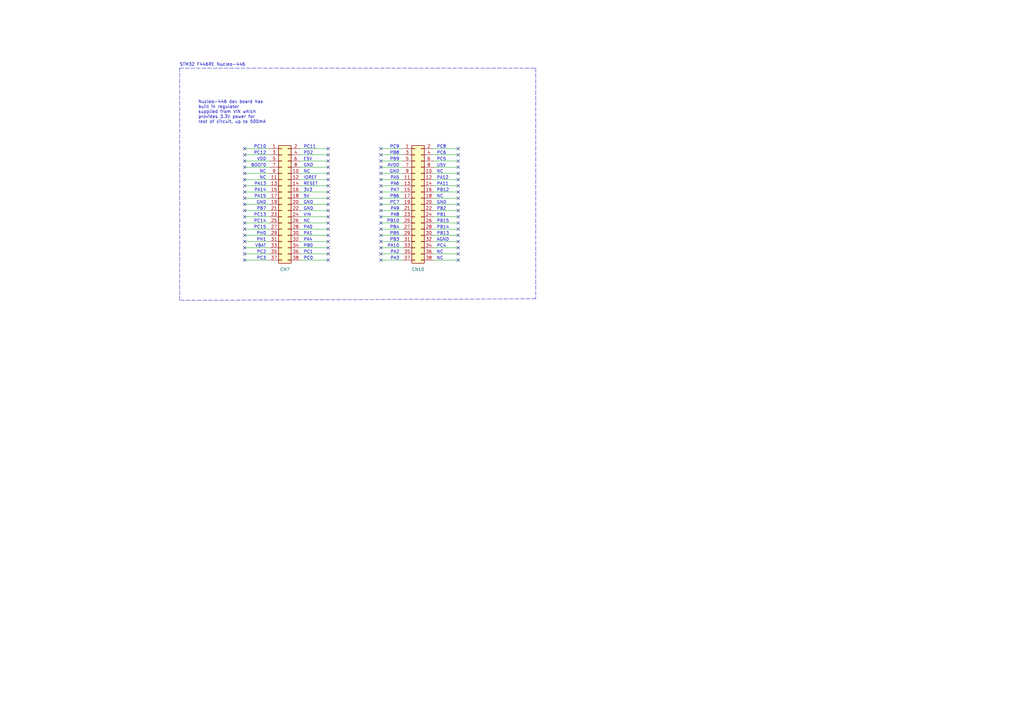
<source format=kicad_sch>
(kicad_sch (version 20211123) (generator eeschema)
  (paper "A3")
  (title_block (title "VCU") (date "2022-11-20") (rev "1.0") (company "SUFST") (comment 1 "STAG 9") (comment 2 "Tim Brewis") (comment 3 "Max O'Brien"))
  (lib_symbols
    (symbol "Connector_Generic:Conn_02x19_Odd_Even" (pin_names (offset 1.016) hide)
      (property "Reference" "J" (at 1.27 25.4 0))
      (property "Value" "Conn_02x19_Odd_Even" (at 1.27 -25.4 0))
      (symbol "Conn_02x19_Odd_Even_1_1"
        (rectangle (start -1.27 -22.733) (end 0 -22.987) (stroke (width 0.1524)))
        (rectangle (start -1.27 -20.193) (end 0 -20.447) (stroke (width 0.1524)))
        (rectangle (start -1.27 -17.653) (end 0 -17.907) (stroke (width 0.1524)))
        (rectangle (start -1.27 -15.113) (end 0 -15.367) (stroke (width 0.1524)))
        (rectangle (start -1.27 -12.573) (end 0 -12.827) (stroke (width 0.1524)))
        (rectangle (start -1.27 -10.033) (end 0 -10.287) (stroke (width 0.1524)))
        (rectangle (start -1.27 -7.493) (end 0 -7.747) (stroke (width 0.1524)))
        (rectangle (start -1.27 -4.953) (end 0 -5.207) (stroke (width 0.1524)))
        (rectangle (start -1.27 -2.413) (end 0 -2.667) (stroke (width 0.1524)))
        (rectangle (start -1.27 0.127) (end 0 -0.127) (stroke (width 0.1524)))
        (rectangle (start -1.27 2.667) (end 0 2.413) (stroke (width 0.1524)))
        (rectangle (start -1.27 5.207) (end 0 4.953) (stroke (width 0.1524)))
        (rectangle (start -1.27 7.747) (end 0 7.493) (stroke (width 0.1524)))
        (rectangle (start -1.27 10.287) (end 0 10.033) (stroke (width 0.1524)))
        (rectangle (start -1.27 12.827) (end 0 12.573) (stroke (width 0.1524)))
        (rectangle (start -1.27 15.367) (end 0 15.113) (stroke (width 0.1524)))
        (rectangle (start -1.27 17.907) (end 0 17.653) (stroke (width 0.1524)))
        (rectangle (start -1.27 20.447) (end 0 20.193) (stroke (width 0.1524)))
        (rectangle (start -1.27 22.987) (end 0 22.733) (stroke (width 0.1524)))
        (rectangle (start -1.27 24.13) (end 3.81 -24.13) (stroke (width 0.254)) (fill (type background)))
        (rectangle (start 3.81 -22.733) (end 2.54 -22.987) (stroke (width 0.1524)))
        (rectangle (start 3.81 -20.193) (end 2.54 -20.447) (stroke (width 0.1524)))
        (rectangle (start 3.81 -17.653) (end 2.54 -17.907) (stroke (width 0.1524)))
        (rectangle (start 3.81 -15.113) (end 2.54 -15.367) (stroke (width 0.1524)))
        (rectangle (start 3.81 -12.573) (end 2.54 -12.827) (stroke (width 0.1524)))
        (rectangle (start 3.81 -10.033) (end 2.54 -10.287) (stroke (width 0.1524)))
        (rectangle (start 3.81 -7.493) (end 2.54 -7.747) (stroke (width 0.1524)))
        (rectangle (start 3.81 -4.953) (end 2.54 -5.207) (stroke (width 0.1524)))
        (rectangle (start 3.81 -2.413) (end 2.54 -2.667) (stroke (width 0.1524)))
        (rectangle (start 3.81 0.127) (end 2.54 -0.127) (stroke (width 0.1524)))
        (rectangle (start 3.81 2.667) (end 2.54 2.413) (stroke (width 0.1524)))
        (rectangle (start 3.81 5.207) (end 2.54 4.953) (stroke (width 0.1524)))
        (rectangle (start 3.81 7.747) (end 2.54 7.493) (stroke (width 0.1524)))
        (rectangle (start 3.81 10.287) (end 2.54 10.033) (stroke (width 0.1524)))
        (rectangle (start 3.81 12.827) (end 2.54 12.573) (stroke (width 0.1524)))
        (rectangle (start 3.81 15.367) (end 2.54 15.113) (stroke (width 0.1524)))
        (rectangle (start 3.81 17.907) (end 2.54 17.653) (stroke (width 0.1524)))
        (rectangle (start 3.81 20.447) (end 2.54 20.193) (stroke (width 0.1524)))
        (rectangle (start 3.81 22.987) (end 2.54 22.733) (stroke (width 0.1524)))
        (pin passive line (at -5.08 22.86 0) (length 3.81) (name "Pin_1") (number "1"))
        (pin passive line (at 7.62 12.7 180) (length 3.81) (name "Pin_10") (number "10"))
        (pin passive line (at -5.08 10.16 0) (length 3.81) (name "Pin_11") (number "11"))
        (pin passive line (at 7.62 10.16 180) (length 3.81) (name "Pin_12") (number "12"))
        (pin passive line (at -5.08 7.62 0) (length 3.81) (name "Pin_13") (number "13"))
        (pin passive line (at 7.62 7.62 180) (length 3.81) (name "Pin_14") (number "14"))
        (pin passive line (at -5.08 5.08 0) (length 3.81) (name "Pin_15") (number "15"))
        (pin passive line (at 7.62 5.08 180) (length 3.81) (name "Pin_16") (number "16"))
        (pin passive line (at -5.08 2.54 0) (length 3.81) (name "Pin_17") (number "17"))
        (pin passive line (at 7.62 2.54 180) (length 3.81) (name "Pin_18") (number "18"))
        (pin passive line (at -5.08 0 0) (length 3.81) (name "Pin_19") (number "19"))
        (pin passive line (at 7.62 22.86 180) (length 3.81) (name "Pin_2") (number "2"))
        (pin passive line (at 7.62 0 180) (length 3.81) (name "Pin_20") (number "20"))
        (pin passive line (at -5.08 -2.54 0) (length 3.81) (name "Pin_21") (number "21"))
        (pin passive line (at 7.62 -2.54 180) (length 3.81) (name "Pin_22") (number "22"))
        (pin passive line (at -5.08 -5.08 0) (length 3.81) (name "Pin_23") (number "23"))
        (pin passive line (at 7.62 -5.08 180) (length 3.81) (name "Pin_24") (number "24"))
        (pin passive line (at -5.08 -7.62 0) (length 3.81) (name "Pin_25") (number "25"))
        (pin passive line (at 7.62 -7.62 180) (length 3.81) (name "Pin_26") (number "26"))
        (pin passive line (at -5.08 -10.16 0) (length 3.81) (name "Pin_27") (number "27"))
        (pin passive line (at 7.62 -10.16 180) (length 3.81) (name "Pin_28") (number "28"))
        (pin passive line (at -5.08 -12.7 0) (length 3.81) (name "Pin_29") (number "29"))
        (pin passive line (at -5.08 20.32 0) (length 3.81) (name "Pin_3") (number "3"))
        (pin passive line (at 7.62 -12.7 180) (length 3.81) (name "Pin_30") (number "30"))
        (pin passive line (at -5.08 -15.24 0) (length 3.81) (name "Pin_31") (number "31"))
        (pin passive line (at 7.62 -15.24 180) (length 3.81) (name "Pin_32") (number "32"))
        (pin passive line (at -5.08 -17.78 0) (length 3.81) (name "Pin_33") (number "33"))
        (pin passive line (at 7.62 -17.78 180) (length 3.81) (name "Pin_34") (number "34"))
        (pin passive line (at -5.08 -20.32 0) (length 3.81) (name "Pin_35") (number "35"))
        (pin passive line (at 7.62 -20.32 180) (length 3.81) (name "Pin_36") (number "36"))
        (pin passive line (at -5.08 -22.86 0) (length 3.81) (name "Pin_37") (number "37"))
        (pin passive line (at 7.62 -22.86 180) (length 3.81) (name "Pin_38") (number "38"))
        (pin passive line (at 7.62 20.32 180) (length 3.81) (name "Pin_4") (number "4"))
        (pin passive line (at -5.08 17.78 0) (length 3.81) (name "Pin_5") (number "5"))
        (pin passive line (at 7.62 17.78 180) (length 3.81) (name "Pin_6") (number "6"))
        (pin passive line (at -5.08 15.24 0) (length 3.81) (name "Pin_7") (number "7"))
        (pin passive line (at 7.62 15.24 180) (length 3.81) (name "Pin_8") (number "8"))
        (pin passive line (at -5.08 12.7 0) (length 3.81) (name "Pin_9") (number "9"))
      )
    )
  )
  (no_connect (at 100.33 81.28))
  (no_connect (at 134.62 106.68))
  (no_connect (at 187.96 68.58))
  (no_connect (at 100.33 68.58))
  (no_connect (at 156.21 60.96))
  (no_connect (at 100.33 76.2))
  (no_connect (at 100.33 106.68))
  (no_connect (at 100.33 60.96))
  (no_connect (at 100.33 83.82))
  (no_connect (at 156.21 86.36))
  (no_connect (at 156.21 88.9))
  (no_connect (at 100.33 104.14))
  (no_connect (at 100.33 71.12))
  (no_connect (at 156.21 68.58))
  (no_connect (at 134.62 104.14))
  (no_connect (at 187.96 71.12))
  (no_connect (at 100.33 63.5))
  (no_connect (at 100.33 99.06))
  (no_connect (at 187.96 66.04))
  (no_connect (at 156.21 101.6))
  (no_connect (at 156.21 93.98))
  (no_connect (at 156.21 91.44))
  (no_connect (at 156.21 104.14))
  (no_connect (at 156.21 76.2))
  (no_connect (at 156.21 73.66))
  (no_connect (at 156.21 71.12))
  (no_connect (at 156.21 81.28))
  (no_connect (at 100.33 88.9))
  (no_connect (at 100.33 91.44))
  (no_connect (at 156.21 99.06))
  (no_connect (at 187.96 88.9))
  (no_connect (at 156.21 96.52))
  (no_connect (at 100.33 73.66))
  (no_connect (at 156.21 66.04))
  (no_connect (at 156.21 63.5))
  (no_connect (at 100.33 96.52))
  (no_connect (at 156.21 78.74))
  (no_connect (at 100.33 101.6))
  (no_connect (at 187.96 99.06))
  (no_connect (at 187.96 101.6))
  (no_connect (at 187.96 104.14))
  (no_connect (at 187.96 91.44))
  (no_connect (at 187.96 93.98))
  (no_connect (at 187.96 96.52))
  (no_connect (at 156.21 106.68))
  (no_connect (at 100.33 78.74))
  (no_connect (at 187.96 60.96))
  (no_connect (at 100.33 66.04))
  (no_connect (at 187.96 76.2))
  (no_connect (at 156.21 83.82))
  (no_connect (at 134.62 60.96))
  (no_connect (at 187.96 106.68))
  (no_connect (at 100.33 93.98))
  (no_connect (at 100.33 86.36))
  (no_connect (at 134.62 101.6))
  (no_connect (at 134.62 93.98))
  (no_connect (at 134.62 96.52))
  (no_connect (at 134.62 99.06))
  (no_connect (at 134.62 88.9))
  (no_connect (at 134.62 86.36))
  (no_connect (at 134.62 91.44))
  (no_connect (at 134.62 63.5))
  (no_connect (at 134.62 78.74))
  (no_connect (at 134.62 81.28))
  (no_connect (at 134.62 83.82))
  (no_connect (at 134.62 76.2))
  (no_connect (at 134.62 66.04))
  (no_connect (at 134.62 73.66))
  (no_connect (at 134.62 68.58))
  (no_connect (at 134.62 71.12))
  (no_connect (at 187.96 73.66))
  (no_connect (at 187.96 86.36))
  (no_connect (at 187.96 83.82))
  (no_connect (at 187.96 81.28))
  (no_connect (at 187.96 78.74))
  (no_connect (at 187.96 63.5))
  (wire (pts (xy 156.21 71.12) (xy 165.1 71.12)))
  (wire (pts (xy 156.21 91.44) (xy 165.1 91.44)))
  (wire (pts (xy 177.8 104.14) (xy 187.96 104.14)))
  (wire (pts (xy 156.21 63.5) (xy 165.1 63.5)))
  (wire (pts (xy 177.8 83.82) (xy 187.96 83.82)))
  (wire (pts (xy 156.21 96.52) (xy 165.1 96.52)))
  (wire (pts (xy 100.33 86.36) (xy 110.49 86.36)))
  (wire (pts (xy 156.21 93.98) (xy 165.1 93.98)))
  (wire (pts (xy 177.8 68.58) (xy 187.96 68.58)))
  (wire (pts (xy 123.19 78.74) (xy 134.62 78.74)))
  (wire (pts (xy 156.21 101.6) (xy 165.1 101.6)))
  (wire (pts (xy 100.33 96.52) (xy 110.49 96.52)))
  (wire (pts (xy 123.19 99.06) (xy 134.62 99.06)))
  (wire (pts (xy 156.21 83.82) (xy 165.1 83.82)))
  (wire (pts (xy 177.8 106.68) (xy 187.96 106.68)))
  (wire (pts (xy 123.19 76.2) (xy 134.62 76.2)))
  (polyline (pts (xy 219.71 27.94) (xy 219.71 122.555)))
  (wire (pts (xy 100.33 101.6) (xy 110.49 101.6)))
  (wire (pts (xy 156.21 60.96) (xy 165.1 60.96)))
  (wire (pts (xy 177.8 88.9) (xy 187.96 88.9)))
  (wire (pts (xy 123.19 88.9) (xy 134.62 88.9)))
  (wire (pts (xy 177.8 63.5) (xy 187.96 63.5)))
  (wire (pts (xy 123.19 104.14) (xy 134.62 104.14)))
  (wire (pts (xy 100.33 104.14) (xy 110.49 104.14)))
  (wire (pts (xy 123.19 68.58) (xy 134.62 68.58)))
  (wire (pts (xy 177.8 66.04) (xy 187.96 66.04)))
  (wire (pts (xy 123.19 73.66) (xy 134.62 73.66)))
  (wire (pts (xy 100.33 83.82) (xy 110.49 83.82)))
  (polyline (pts (xy 219.71 122.555) (xy 73.66 123.19)))
  (wire (pts (xy 123.19 91.44) (xy 134.62 91.44)))
  (wire (pts (xy 100.33 60.96) (xy 110.49 60.96)))
  (wire (pts (xy 177.8 86.36) (xy 187.96 86.36)))
  (wire (pts (xy 156.21 99.06) (xy 165.1 99.06)))
  (polyline (pts (xy 73.66 123.19) (xy 73.66 27.94)))
  (wire (pts (xy 177.8 73.66) (xy 187.96 73.66)))
  (wire (pts (xy 100.33 63.5) (xy 110.49 63.5)))
  (polyline (pts (xy 73.66 27.94) (xy 219.71 27.94)))
  (wire (pts (xy 177.8 99.06) (xy 187.96 99.06)))
  (wire (pts (xy 156.21 73.66) (xy 165.1 73.66)))
  (wire (pts (xy 156.21 86.36) (xy 165.1 86.36)))
  (wire (pts (xy 100.33 71.12) (xy 110.49 71.12)))
  (wire (pts (xy 156.21 76.2) (xy 165.1 76.2)))
  (wire (pts (xy 100.33 73.66) (xy 110.49 73.66)))
  (wire (pts (xy 177.8 78.74) (xy 187.96 78.74)))
  (wire (pts (xy 156.21 81.28) (xy 165.1 81.28)))
  (wire (pts (xy 100.33 68.58) (xy 110.49 68.58)))
  (wire (pts (xy 156.21 66.04) (xy 165.1 66.04)))
  (wire (pts (xy 123.19 93.98) (xy 134.62 93.98)))
  (wire (pts (xy 177.8 93.98) (xy 187.96 93.98)))
  (wire (pts (xy 100.33 93.98) (xy 110.49 93.98)))
  (wire (pts (xy 100.33 88.9) (xy 110.49 88.9)))
  (wire (pts (xy 100.33 99.06) (xy 110.49 99.06)))
  (wire (pts (xy 123.19 66.04) (xy 134.62 66.04)))
  (wire (pts (xy 123.19 101.6) (xy 134.62 101.6)))
  (wire (pts (xy 123.19 86.36) (xy 134.62 86.36)))
  (wire (pts (xy 156.21 106.68) (xy 165.1 106.68)))
  (wire (pts (xy 123.19 96.52) (xy 134.62 96.52)))
  (wire (pts (xy 177.8 91.44) (xy 187.96 91.44)))
  (wire (pts (xy 100.33 66.04) (xy 110.49 66.04)))
  (wire (pts (xy 177.8 101.6) (xy 187.96 101.6)))
  (wire (pts (xy 156.21 104.14) (xy 165.1 104.14)))
  (wire (pts (xy 123.19 81.28) (xy 134.62 81.28)))
  (wire (pts (xy 156.21 78.74) (xy 165.1 78.74)))
  (wire (pts (xy 123.19 60.96) (xy 134.62 60.96)))
  (wire (pts (xy 100.33 91.44) (xy 110.49 91.44)))
  (wire (pts (xy 123.19 63.5) (xy 134.62 63.5)))
  (wire (pts (xy 123.19 83.82) (xy 134.62 83.82)))
  (wire (pts (xy 100.33 81.28) (xy 110.49 81.28)))
  (wire (pts (xy 177.8 76.2) (xy 187.96 76.2)))
  (wire (pts (xy 177.8 96.52) (xy 187.96 96.52)))
  (wire (pts (xy 100.33 106.68) (xy 110.49 106.68)))
  (wire (pts (xy 156.21 68.58) (xy 165.1 68.58)))
  (wire (pts (xy 100.33 76.2) (xy 110.49 76.2)))
  (wire (pts (xy 177.8 81.28) (xy 187.96 81.28)))
  (wire (pts (xy 123.19 71.12) (xy 134.62 71.12)))
  (wire (pts (xy 100.33 78.74) (xy 110.49 78.74)))
  (wire (pts (xy 156.21 88.9) (xy 165.1 88.9)))
  (wire (pts (xy 177.8 71.12) (xy 187.96 71.12)))
  (wire (pts (xy 123.19 106.68) (xy 134.62 106.68)))
  (wire (pts (xy 177.8 60.96) (xy 187.96 60.96)))
  (text "PC2" (at 109.22 104.14 180) (effects (font (size 1.27 1.27)) (justify right bottom)))
  (text "GND" (at 124.46 68.58 0) (effects (font (size 1.27 1.27)) (justify left bottom)))
  (text "PH0" (at 109.22 96.52 180) (effects (font (size 1.27 1.27)) (justify right bottom)))
  (text "PB4" (at 163.83 93.98 180) (effects (font (size 1.27 1.27)) (justify right bottom)))
  (text "PB2" (at 179.07 86.36 0) (effects (font (size 1.27 1.27)) (justify left bottom)))
  (text "5V" (at 124.46 81.28 0) (effects (font (size 1.27 1.27)) (justify left bottom)))
  (text "PA2" (at 163.83 104.14 180) (effects (font (size 1.27 1.27)) (justify right bottom)))
  (text "PB5" (at 163.83 96.52 180) (effects (font (size 1.27 1.27)) (justify right bottom)))
  (text "PC11" (at 124.46 60.96 0) (effects (font (size 1.27 1.27)) (justify left bottom)))
  (text "PB8" (at 163.83 63.5 180) (effects (font (size 1.27 1.27)) (justify right bottom)))
  (text "PB9" (at 163.83 66.04 180) (effects (font (size 1.27 1.27)) (justify right bottom)))
  (text "PB13" (at 179.07 96.52 0) (effects (font (size 1.27 1.27)) (justify left bottom)))
  (text "E5V" (at 124.46 66.04 0) (effects (font (size 1.27 1.27)) (justify left bottom)))
  (text "GND" (at 124.46 86.36 0) (effects (font (size 1.27 1.27)) (justify left bottom)))
  (text "PC0" (at 124.46 106.68 0) (effects (font (size 1.27 1.27)) (justify left bottom)))
  (text "PB15" (at 179.07 91.44 0) (effects (font (size 1.27 1.27)) (justify left bottom)))
  (text "PA11" (at 179.07 76.2 0) (effects (font (size 1.27 1.27)) (justify left bottom)))
  (text "PB10" (at 163.83 91.44 180) (effects (font (size 1.27 1.27)) (justify right bottom)))
  (text "VDD" (at 109.22 66.04 180) (effects (font (size 1.27 1.27)) (justify right bottom)))
  (text "VBAT" (at 109.22 101.6 180) (effects (font (size 1.27 1.27)) (justify right bottom)))
  (text "GND" (at 124.46 83.82 0) (effects (font (size 1.27 1.27)) (justify left bottom)))
  (text "STM32 F446RE Nucleo-446" (at 73.66 27.305 0) (effects (font (size 1.27 1.27)) (justify left bottom)))
  (text "PC10" (at 109.22 60.96 180) (effects (font (size 1.27 1.27)) (justify right bottom)))
  (text "PB6" (at 163.83 81.28 180) (effects (font (size 1.27 1.27)) (justify right bottom)))
  (text "AGND" (at 179.07 99.06 0) (effects (font (size 1.27 1.27)) (justify left bottom)))
  (text "IOREF" (at 124.46 73.66 0) (effects (font (size 1.27 1.27)) (justify left bottom)))
  (text "GND" (at 179.07 83.82 0) (effects (font (size 1.27 1.27)) (justify left bottom)))
  (text "PA9" (at 163.83 86.36 180) (effects (font (size 1.27 1.27)) (justify right bottom)))
  (text "NC" (at 109.22 71.12 180) (effects (font (size 1.27 1.27)) (justify right bottom)))
  (text "PC5" (at 179.07 66.04 0) (effects (font (size 1.27 1.27)) (justify left bottom)))
  (text "PC12" (at 109.22 63.5 180) (effects (font (size 1.27 1.27)) (justify right bottom)))
  (text "PC8" (at 179.07 60.96 0) (effects (font (size 1.27 1.27)) (justify left bottom)))
  (text "PC13" (at 109.22 88.9 180) (effects (font (size 1.27 1.27)) (justify right bottom)))
  (text "NC" (at 179.07 106.68 0) (effects (font (size 1.27 1.27)) (justify left bottom)))
  (text "PA10" (at 163.83 101.6 180) (effects (font (size 1.27 1.27)) (justify right bottom)))
  (text "PC14" (at 109.22 91.44 180) (effects (font (size 1.27 1.27)) (justify right bottom)))
  (text "PA5" (at 163.83 73.66 180) (effects (font (size 1.27 1.27)) (justify right bottom)))
  (text "PC3" (at 109.22 106.68 180) (effects (font (size 1.27 1.27)) (justify right bottom)))
  (text "PB14" (at 179.07 93.98 0) (effects (font (size 1.27 1.27)) (justify left bottom)))
  (text "PA13" (at 109.22 76.2 180) (effects (font (size 1.27 1.27)) (justify right bottom)))
  (text "PA8" (at 163.83 88.9 180) (effects (font (size 1.27 1.27)) (justify right bottom)))
  (text "PB3" (at 163.83 99.06 180) (effects (font (size 1.27 1.27)) (justify right bottom)))
  (text "NC" (at 179.07 71.12 0) (effects (font (size 1.27 1.27)) (justify left bottom)))
  (text "PB7" (at 109.22 86.36 180) (effects (font (size 1.27 1.27)) (justify right bottom)))
  (text "PA14" (at 109.22 78.74 180) (effects (font (size 1.27 1.27)) (justify right bottom)))
  (text "Nucleo-446 dev board has\nbuilt in regulator\nsupplied from VIN which \nprovides 3.3V power for\nrest of circuit, up to 500mA" (at 81.28 50.8 0) (effects (font (size 1.27 1.27)) (justify left bottom)))
  (text "U5V" (at 179.07 68.58 0) (effects (font (size 1.27 1.27)) (justify left bottom)))
  (text "NC" (at 179.07 104.14 0) (effects (font (size 1.27 1.27)) (justify left bottom)))
  (text "PB1" (at 179.07 88.9 0) (effects (font (size 1.27 1.27)) (justify left bottom)))
  (text "PC15" (at 109.22 93.98 180) (effects (font (size 1.27 1.27)) (justify right bottom)))
  (text "GND" (at 109.22 83.82 180) (effects (font (size 1.27 1.27)) (justify right bottom)))
  (text "NC" (at 109.22 73.66 180) (effects (font (size 1.27 1.27)) (justify right bottom)))
  (text "PA7" (at 163.83 78.74 180) (effects (font (size 1.27 1.27)) (justify right bottom)))
  (text "BOOT0" (at 109.22 68.58 180) (effects (font (size 1.27 1.27)) (justify right bottom)))
  (text "VIN" (at 124.46 88.9 0) (effects (font (size 1.27 1.27)) (justify left bottom)))
  (text "AVDD" (at 163.83 68.58 180) (effects (font (size 1.27 1.27)) (justify right bottom)))
  (text "PA0" (at 124.46 93.98 0) (effects (font (size 1.27 1.27)) (justify left bottom)))
  (text "PA4" (at 124.46 99.06 0) (effects (font (size 1.27 1.27)) (justify left bottom)))
  (text "RESET" (at 124.46 76.2 0) (effects (font (size 1.27 1.27)) (justify left bottom)))
  (text "NC" (at 124.46 71.12 0) (effects (font (size 1.27 1.27)) (justify left bottom)))
  (text "PA3" (at 163.83 106.68 180) (effects (font (size 1.27 1.27)) (justify right bottom)))
  (text "PA1" (at 124.46 96.52 0) (effects (font (size 1.27 1.27)) (justify left bottom)))
  (text "3V3" (at 124.46 78.74 0) (effects (font (size 1.27 1.27)) (justify left bottom)))
  (text "PA12" (at 179.07 73.66 0) (effects (font (size 1.27 1.27)) (justify left bottom)))
  (text "PC7" (at 163.83 83.82 180) (effects (font (size 1.27 1.27)) (justify right bottom)))
  (text "PC9" (at 163.83 60.96 180) (effects (font (size 1.27 1.27)) (justify right bottom)))
  (text "PH1" (at 109.22 99.06 180) (effects (font (size 1.27 1.27)) (justify right bottom)))
  (text "PB0" (at 124.46 101.6 0) (effects (font (size 1.27 1.27)) (justify left bottom)))
  (text "PA15" (at 109.22 81.28 180) (effects (font (size 1.27 1.27)) (justify right bottom)))
  (text "PB12" (at 179.07 78.74 0) (effects (font (size 1.27 1.27)) (justify left bottom)))
  (text "PC4" (at 179.07 101.6 0) (effects (font (size 1.27 1.27)) (justify left bottom)))
  (text "NC" (at 124.46 91.44 0) (effects (font (size 1.27 1.27)) (justify left bottom)))
  (text "NC" (at 179.07 81.28 0) (effects (font (size 1.27 1.27)) (justify left bottom)))
  (text "PC1" (at 124.46 104.14 0) (effects (font (size 1.27 1.27)) (justify left bottom)))
  (text "PD2" (at 124.46 63.5 0) (effects (font (size 1.27 1.27)) (justify left bottom)))
  (text "PA6" (at 163.83 76.2 180) (effects (font (size 1.27 1.27)) (justify right bottom)))
  (text "GND" (at 163.83 71.12 180) (effects (font (size 1.27 1.27)) (justify right bottom)))
  (text "PC6" (at 179.07 63.5 0) (effects (font (size 1.27 1.27)) (justify left bottom)))
  (symbol (lib_id "Connector_Generic:Conn_02x19_Odd_Even") (at 170.18 83.82 0) (unit 1)
    (property "Reference" "J9" (effects hide))
    (property "Value" "CN10" (at 171.45 110.49 0))
    (property "Footprint" "Connector_PinSocket_2.54mm:PinSocket_2x19_P2.54mm_Vertical" (effects hide))
    (property "Optional" "False" (effects hide))
  )
  (symbol (lib_id "Connector_Generic:Conn_02x19_Odd_Even") (at 115.57 83.82 0) (unit 1)
    (property "Reference" "J7" (effects hide))
    (property "Value" "CN7" (at 116.84 110.49 0))
    (property "Footprint" "Connector_PinSocket_2.54mm:PinSocket_2x15_P2.54mm_Vertical" (effects hide))
    (property "Optional" "False" (effects hide))
  )
)
</source>
